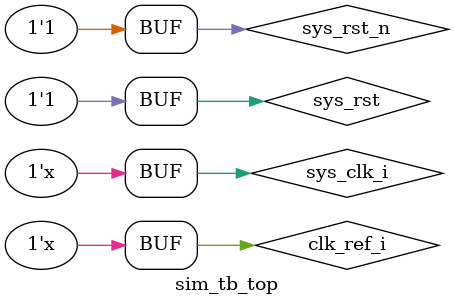
<source format=v>

`timescale 1ps/100fs

module sim_tb_top;


   //***************************************************************************
   // Traffic Gen related parameters
   //***************************************************************************
   parameter SIMULATION            = "TRUE";
   parameter PORT_MODE             = "BI_MODE";
   parameter DATA_MODE             = 4'b0010;
   parameter TST_MEM_INSTR_MODE    = "R_W_INSTR_MODE";
   parameter EYE_TEST              = "FALSE";
                                     // set EYE_TEST = "TRUE" to probe memory
                                     // signals. Traffic Generator will only
                                     // write to one single location and no
                                     // read transactions will be generated.
   parameter DATA_PATTERN          = "DGEN_ALL";
                                      // For small devices, choose one only.
                                      // For large device, choose "DGEN_ALL"
                                      // "DGEN_HAMMER", "DGEN_WALKING1",
                                      // "DGEN_WALKING0","DGEN_ADDR","
                                      // "DGEN_NEIGHBOR","DGEN_PRBS","DGEN_ALL"
   parameter CMD_PATTERN           = "CGEN_ALL";
                                      // "CGEN_PRBS","CGEN_FIXED","CGEN_BRAM",
                                      // "CGEN_SEQUENTIAL", "CGEN_ALL"
   parameter BEGIN_ADDRESS         = 32'h00000000;
   parameter END_ADDRESS           = 32'h00000fff;
   parameter PRBS_EADDR_MASK_POS   = 32'hff000000;

   //***************************************************************************
   // The following parameters refer to width of various ports
   //***************************************************************************
   parameter COL_WIDTH             = 10;
                                     // # of memory Column Address bits.
   parameter CS_WIDTH              = 1;
                                     // # of unique CS outputs to memory.
   parameter DM_WIDTH              = 4;
                                     // # of DM (data mask)
   parameter DQ_WIDTH              = 32;
                                     // # of DQ (data)
   parameter DQS_WIDTH             = 4;
   parameter DQS_CNT_WIDTH         = 2;
                                     // = ceil(log2(DQS_WIDTH))
   parameter DRAM_WIDTH            = 8;
                                     // # of DQ per DQS
   parameter ECC                   = "OFF";
   parameter RANKS                 = 1;
                                     // # of Ranks.
   parameter ODT_WIDTH             = 1;
                                     // # of ODT outputs to memory.
   parameter ROW_WIDTH             = 14;
                                     // # of memory Row Address bits.
   parameter ADDR_WIDTH            = 28;
                                     // # = RANK_WIDTH + BANK_WIDTH
                                     //     + ROW_WIDTH + COL_WIDTH;
                                     // Chip Select is always tied to low for
                                     // single rank devices
   //***************************************************************************
   // The following parameters are mode register settings
   //***************************************************************************
   parameter BURST_MODE            = "8";
                                     // DDR3 SDRAM:
                                     // Burst Length (Mode Register 0).
                                     // # = "8", "4", "OTF".
                                     // DDR2 SDRAM:
                                     // Burst Length (Mode Register).
                                     // # = "8", "4".
   parameter CA_MIRROR             = "OFF";
                                     // C/A mirror opt for DDR3 dual rank
   
   //***************************************************************************
   // The following parameters are multiplier and divisor factors for PLLE2.
   // Based on the selected design frequency these parameters vary.
   //***************************************************************************
   parameter CLKIN_PERIOD          = 5000;
                                     // Input Clock Period


   //***************************************************************************
   // Simulation parameters
   //***************************************************************************
   parameter SIM_BYPASS_INIT_CAL   = "FAST";
                                     // # = "SIM_INIT_CAL_FULL" -  Complete
                                     //              memory init &
                                     //              calibration sequence
                                     // # = "SKIP" - Not supported
                                     // # = "FAST" - Complete memory init & use
                                     //              abbreviated calib sequence

   //***************************************************************************
   // IODELAY and PHY related parameters
   //***************************************************************************
   parameter TCQ                   = 100;
   //***************************************************************************
   // IODELAY and PHY related parameters
   //***************************************************************************
   parameter RST_ACT_LOW           = 1;
                                     // =1 for active low reset,
                                     // =0 for active high.

   //***************************************************************************
   // Referece clock frequency parameters
   //***************************************************************************
   parameter REFCLK_FREQ           = 200.0;
                                     // IODELAYCTRL reference clock frequency
   //***************************************************************************
   // System clock frequency parameters
   //***************************************************************************
   parameter tCK                   = 2500;
                                     // memory tCK paramter.
                     // # = Clock Period in pS.
   parameter nCK_PER_CLK           = 4;
                                     // # of memory CKs per fabric CLK

   

   //***************************************************************************
   // Debug and Internal parameters
   //***************************************************************************
   parameter DEBUG_PORT            = "OFF";
                                     // # = "ON" Enable debug signals/controls.
                                     //   = "OFF" Disable debug signals/controls.
   //***************************************************************************
   // Debug and Internal parameters
   //***************************************************************************
   parameter DRAM_TYPE             = "DDR3";

    

  //**************************************************************************//
  // Local parameters Declarations
  //**************************************************************************//

  localparam real TPROP_DQS          = 0.00;
                                       // Delay for DQS signal during Write Operation
  localparam real TPROP_DQS_RD       = 0.00;
                       // Delay for DQS signal during Read Operation
  localparam real TPROP_PCB_CTRL     = 0.00;
                       // Delay for Address and Ctrl signals
  localparam real TPROP_PCB_DATA     = 0.00;
                       // Delay for data signal during Write operation
  localparam real TPROP_PCB_DATA_RD  = 0.00;
                       // Delay for data signal during Read operation

  localparam MEMORY_WIDTH            = 16;
  localparam NUM_COMP                = DQ_WIDTH/MEMORY_WIDTH;
  localparam ECC_TEST 		   	= "OFF" ;
  localparam ERR_INSERT = (ECC_TEST == "ON") ? "OFF" : ECC ;
  

  localparam real REFCLK_PERIOD = (1000000.0/(2*REFCLK_FREQ));
  localparam RESET_PERIOD = 200000; //in pSec  
  localparam real SYSCLK_PERIOD = tCK;
    
    

  //**************************************************************************//
  // Wire Declarations
  //**************************************************************************//
  reg                                sys_rst_n;
  wire                               sys_rst;


  reg                     sys_clk_i;

  reg clk_ref_i;

  
  wire                               ddr3_reset_n;
  wire [DQ_WIDTH-1:0]                ddr3_dq_fpga;
  wire [DQS_WIDTH-1:0]               ddr3_dqs_p_fpga;
  wire [DQS_WIDTH-1:0]               ddr3_dqs_n_fpga;
  wire [ROW_WIDTH-1:0]               ddr3_addr_fpga;
  wire [3-1:0]              ddr3_ba_fpga;
  wire                               ddr3_ras_n_fpga;
  wire                               ddr3_cas_n_fpga;
  wire                               ddr3_we_n_fpga;
  wire [1-1:0]               ddr3_cke_fpga;
  wire [1-1:0]                ddr3_ck_p_fpga;
  wire [1-1:0]                ddr3_ck_n_fpga;
    
  
  wire                               init_calib_complete;
  wire                               tg_compare_error;
  wire [(CS_WIDTH*1)-1:0] ddr3_cs_n_fpga;
    
  wire [DM_WIDTH-1:0]                ddr3_dm_fpga;
    
  wire [ODT_WIDTH-1:0]               ddr3_odt_fpga;
    
  
  reg [(CS_WIDTH*1)-1:0] ddr3_cs_n_sdram_tmp;
    
  reg [DM_WIDTH-1:0]                 ddr3_dm_sdram_tmp;
    
  reg [ODT_WIDTH-1:0]                ddr3_odt_sdram_tmp;
    

  
  wire [DQ_WIDTH-1:0]                ddr3_dq_sdram;
  reg [ROW_WIDTH-1:0]                ddr3_addr_sdram [0:1];
  reg [3-1:0]               ddr3_ba_sdram [0:1];
  reg                                ddr3_ras_n_sdram;
  reg                                ddr3_cas_n_sdram;
  reg                                ddr3_we_n_sdram;
  wire [(CS_WIDTH*1)-1:0] ddr3_cs_n_sdram;
  wire [ODT_WIDTH-1:0]               ddr3_odt_sdram;
  reg [1-1:0]                ddr3_cke_sdram;
  wire [DM_WIDTH-1:0]                ddr3_dm_sdram;
  wire [DQS_WIDTH-1:0]               ddr3_dqs_p_sdram;
  wire [DQS_WIDTH-1:0]               ddr3_dqs_n_sdram;
  reg [1-1:0]                 ddr3_ck_p_sdram;
  reg [1-1:0]                 ddr3_ck_n_sdram;
  
    

//**************************************************************************//

  //**************************************************************************//
  // Reset Generation
  //**************************************************************************//
  initial begin
    sys_rst_n = 1'b0;
    #RESET_PERIOD
      sys_rst_n = 1'b1;
   end

   assign sys_rst = RST_ACT_LOW ? sys_rst_n : ~sys_rst_n;

  //**************************************************************************//
  // Clock Generation
  //**************************************************************************//

  initial
    sys_clk_i = 1'b0;
  always
    sys_clk_i = #(CLKIN_PERIOD/2.0) ~sys_clk_i;


  initial
    clk_ref_i = 1'b0;
  always
    clk_ref_i = #REFCLK_PERIOD ~clk_ref_i;




  always @( * ) begin
    ddr3_ck_p_sdram      <=  #(TPROP_PCB_CTRL) ddr3_ck_p_fpga;
    ddr3_ck_n_sdram      <=  #(TPROP_PCB_CTRL) ddr3_ck_n_fpga;
    ddr3_addr_sdram[0]   <=  #(TPROP_PCB_CTRL) ddr3_addr_fpga;
    ddr3_addr_sdram[1]   <=  #(TPROP_PCB_CTRL) (CA_MIRROR == "ON") ?
                                                 {ddr3_addr_fpga[ROW_WIDTH-1:9],
                                                  ddr3_addr_fpga[7], ddr3_addr_fpga[8],
                                                  ddr3_addr_fpga[5], ddr3_addr_fpga[6],
                                                  ddr3_addr_fpga[3], ddr3_addr_fpga[4],
                                                  ddr3_addr_fpga[2:0]} :
                                                 ddr3_addr_fpga;
    ddr3_ba_sdram[0]     <=  #(TPROP_PCB_CTRL) ddr3_ba_fpga;
    ddr3_ba_sdram[1]     <=  #(TPROP_PCB_CTRL) (CA_MIRROR == "ON") ?
                                                 {ddr3_ba_fpga[3-1:2],
                                                  ddr3_ba_fpga[0],
                                                  ddr3_ba_fpga[1]} :
                                                 ddr3_ba_fpga;
    ddr3_ras_n_sdram     <=  #(TPROP_PCB_CTRL) ddr3_ras_n_fpga;
    ddr3_cas_n_sdram     <=  #(TPROP_PCB_CTRL) ddr3_cas_n_fpga;
    ddr3_we_n_sdram      <=  #(TPROP_PCB_CTRL) ddr3_we_n_fpga;
    ddr3_cke_sdram       <=  #(TPROP_PCB_CTRL) ddr3_cke_fpga;
  end
    

  always @( * )
    ddr3_cs_n_sdram_tmp   <=  #(TPROP_PCB_CTRL) ddr3_cs_n_fpga;
  assign ddr3_cs_n_sdram =  ddr3_cs_n_sdram_tmp;
    

  always @( * )
    ddr3_dm_sdram_tmp <=  #(TPROP_PCB_DATA) ddr3_dm_fpga;//DM signal generation
  assign ddr3_dm_sdram = ddr3_dm_sdram_tmp;
    

  always @( * )
    ddr3_odt_sdram_tmp  <=  #(TPROP_PCB_CTRL) ddr3_odt_fpga;
  assign ddr3_odt_sdram =  ddr3_odt_sdram_tmp;
    

// Controlling the bi-directional BUS

  genvar dqwd;
  generate
    for (dqwd = 1;dqwd < DQ_WIDTH;dqwd = dqwd+1) begin : dq_delay
      WireDelay #
       (
        .Delay_g    (TPROP_PCB_DATA),
        .Delay_rd   (TPROP_PCB_DATA_RD),
        .ERR_INSERT ("OFF")
       )
      u_delay_dq
       (
        .A             (ddr3_dq_fpga[dqwd]),
        .B             (ddr3_dq_sdram[dqwd]),
        .reset         (sys_rst_n),
        .phy_init_done (init_calib_complete)
       );
    end
          WireDelay #
       (
        .Delay_g    (TPROP_PCB_DATA),
        .Delay_rd   (TPROP_PCB_DATA_RD),
        .ERR_INSERT ("OFF")
       )
      u_delay_dq_0
       (
        .A             (ddr3_dq_fpga[0]),
        .B             (ddr3_dq_sdram[0]),
        .reset         (sys_rst_n),
        .phy_init_done (init_calib_complete)
       );
  endgenerate

  genvar dqswd;
  generate
    for (dqswd = 0;dqswd < DQS_WIDTH;dqswd = dqswd+1) begin : dqs_delay
      WireDelay #
       (
        .Delay_g    (TPROP_DQS),
        .Delay_rd   (TPROP_DQS_RD),
        .ERR_INSERT ("OFF")
       )
      u_delay_dqs_p
       (
        .A             (ddr3_dqs_p_fpga[dqswd]),
        .B             (ddr3_dqs_p_sdram[dqswd]),
        .reset         (sys_rst_n),
        .phy_init_done (init_calib_complete)
       );

      WireDelay #
       (
        .Delay_g    (TPROP_DQS),
        .Delay_rd   (TPROP_DQS_RD),
        .ERR_INSERT ("OFF")
       )
      u_delay_dqs_n
       (
        .A             (ddr3_dqs_n_fpga[dqswd]),
        .B             (ddr3_dqs_n_sdram[dqswd]),
        .reset         (sys_rst_n),
        .phy_init_done (init_calib_complete)
       );
    end
  endgenerate
    

    

  //===========================================================================
  //                         FPGA Memory Controller
  //===========================================================================

  top    u_ip_top
     (

     .ddr3_dq              (ddr3_dq_fpga),
     .ddr3_dqs_n           (ddr3_dqs_n_fpga),
     .ddr3_dqs_p           (ddr3_dqs_p_fpga),

     .ddr3_addr            (ddr3_addr_fpga),
     .ddr3_ba              (ddr3_ba_fpga),
     .ddr3_ras_n           (ddr3_ras_n_fpga),
     .ddr3_cas_n           (ddr3_cas_n_fpga),
     .ddr3_we_n            (ddr3_we_n_fpga),
     .ddr3_reset_n         (ddr3_reset_n),
     .ddr3_ck_p            (ddr3_ck_p_fpga),
     .ddr3_ck_n            (ddr3_ck_n_fpga),
     .ddr3_cke             (ddr3_cke_fpga),
     .ddr3_cs_n            (ddr3_cs_n_fpga),
    
     .ddr3_dm              (ddr3_dm_fpga),
    
     .ddr3_odt             (ddr3_odt_fpga),
    
     
     .sys_clk_i            (sys_clk_i),
    
//     .clk_ref_i            (clk_ref_i),
    
//      .init_calib_complete (init_calib_complete),
//      .tg_compare_error    (tg_compare_error),
      .sys_rst             (sys_rst)
     );

  //**************************************************************************//
  // Memory Models instantiations
  //**************************************************************************//

  genvar r,i;
  generate
    for (r = 0; r < CS_WIDTH; r = r + 1) begin: mem_rnk
      if(DQ_WIDTH/16) begin: mem
        for (i = 0; i < NUM_COMP; i = i + 1) begin: gen_mem
          ddr3_model u_comp_ddr3
            (
             .rst_n   (ddr3_reset_n),
             .ck      (ddr3_ck_p_sdram),
             .ck_n    (ddr3_ck_n_sdram),
             .cke     (ddr3_cke_sdram[r]),
             .cs_n    (ddr3_cs_n_sdram[r]),
             .ras_n   (ddr3_ras_n_sdram),
             .cas_n   (ddr3_cas_n_sdram),
             .we_n    (ddr3_we_n_sdram),
             .dm_tdqs (ddr3_dm_sdram[(2*(i+1)-1):(2*i)]),
             .ba      (ddr3_ba_sdram[r]),
             .addr    (ddr3_addr_sdram[r]),
             .dq      (ddr3_dq_sdram[16*(i+1)-1:16*(i)]),
             .dqs     (ddr3_dqs_p_sdram[(2*(i+1)-1):(2*i)]),
             .dqs_n   (ddr3_dqs_n_sdram[(2*(i+1)-1):(2*i)]),
             .tdqs_n  (),
             .odt     (ddr3_odt_sdram[r])
             );
        end
      end
      if (DQ_WIDTH%16) begin: gen_mem_extrabits
        ddr3_model u_comp_ddr3
          (
           .rst_n   (ddr3_reset_n),
           .ck      (ddr3_ck_p_sdram),
           .ck_n    (ddr3_ck_n_sdram),
           .cke     (ddr3_cke_sdram[r]),
           .cs_n    (ddr3_cs_n_sdram[r]),
           .ras_n   (ddr3_ras_n_sdram),
           .cas_n   (ddr3_cas_n_sdram),
           .we_n    (ddr3_we_n_sdram),
           .dm_tdqs ({ddr3_dm_sdram[DM_WIDTH-1],ddr3_dm_sdram[DM_WIDTH-1]}),
           .ba      (ddr3_ba_sdram[r]),
           .addr    (ddr3_addr_sdram[r]),
           .dq      ({ddr3_dq_sdram[DQ_WIDTH-1:(DQ_WIDTH-8)],
                      ddr3_dq_sdram[DQ_WIDTH-1:(DQ_WIDTH-8)]}),
           .dqs     ({ddr3_dqs_p_sdram[DQS_WIDTH-1],
                      ddr3_dqs_p_sdram[DQS_WIDTH-1]}),
           .dqs_n   ({ddr3_dqs_n_sdram[DQS_WIDTH-1],
                      ddr3_dqs_n_sdram[DQS_WIDTH-1]}),
           .tdqs_n  (),
           .odt     (ddr3_odt_sdram[r])
           );
      end
    end
  endgenerate
    
    


  //***************************************************************************
  // Reporting the test case status
  // Status reporting logic exists both in simulation test bench (sim_tb_top)
  // and sim.do file for ModelSim. Any update in simulation run time or time out
  // in this file need to be updated in sim.do file as well.
  //***************************************************************************
//  initial
//  begin : Logging
//     fork
//        begin : calibration_done
//           wait (init_calib_complete);
//           $display("Calibration Done");
//           #50000000.0;
//           if (!tg_compare_error) begin
//              $display("TEST PASSED");
//           end
//           else begin
//              $display("TEST FAILED: DATA ERROR");
//           end
//           disable calib_not_done;
//            $finish;
//        end

//        begin : calib_not_done
//           if (SIM_BYPASS_INIT_CAL == "SIM_INIT_CAL_FULL")
//             #2500000000.0;
//           else
//             #1000000000.0;
//           if (!init_calib_complete) begin
//              $display("TEST FAILED: INITIALIZATION DID NOT COMPLETE");
//           end
//           disable calibration_done;
//            $finish;
//        end
//     join
//  end
    
endmodule

</source>
